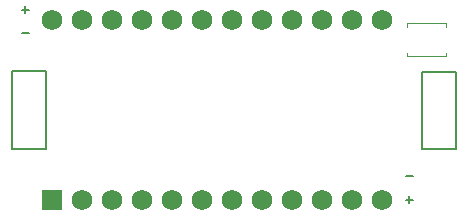
<source format=gbr>
%TF.GenerationSoftware,KiCad,Pcbnew,(6.0.6)*%
%TF.CreationDate,2022-10-25T17:15:21+11:00*%
%TF.ProjectId,battpack-double-ended,62617474-7061-4636-9b2d-646f75626c65,v1.0.0*%
%TF.SameCoordinates,Original*%
%TF.FileFunction,Legend,Top*%
%TF.FilePolarity,Positive*%
%FSLAX46Y46*%
G04 Gerber Fmt 4.6, Leading zero omitted, Abs format (unit mm)*
G04 Created by KiCad (PCBNEW (6.0.6)) date 2022-10-25 17:15:21*
%MOMM*%
%LPD*%
G01*
G04 APERTURE LIST*
%ADD10C,0.150000*%
%ADD11C,0.120000*%
%ADD12R,1.752600X1.752600*%
%ADD13C,1.752600*%
G04 APERTURE END LIST*
D10*
%TO.C,PAD4*%
X79795238Y-55657142D02*
X80404761Y-55657142D01*
%TO.C,PAD3*%
X79795238Y-57657142D02*
X80404761Y-57657142D01*
X80100000Y-57961904D02*
X80100000Y-57352380D01*
X47295238Y-41557142D02*
X47904761Y-41557142D01*
X47600000Y-41861904D02*
X47600000Y-41252380D01*
%TO.C,*%
%TO.C,PAD4*%
X47295238Y-43557142D02*
X47904761Y-43557142D01*
D11*
%TO.C,B1*%
X83250000Y-42700000D02*
X83250000Y-43000000D01*
X79950000Y-45200000D02*
X79950000Y-45500000D01*
X79950000Y-45500000D02*
X83250000Y-45500000D01*
X83250000Y-45500000D02*
X83250000Y-45200000D01*
X79950000Y-42700000D02*
X83250000Y-42700000D01*
X79950000Y-43000000D02*
X79950000Y-42700000D01*
D10*
%TO.C,T2*%
X84050000Y-50100000D02*
X84050000Y-46800000D01*
X81200000Y-53400000D02*
X84050000Y-53400000D01*
X84050000Y-46800000D02*
X81200000Y-46800000D01*
X81200000Y-46800000D02*
X81200000Y-53400000D01*
X84050000Y-50100000D02*
X84050000Y-53400000D01*
X84050000Y-52050000D02*
X84050000Y-48150000D01*
X46467752Y-50050000D02*
X46467752Y-53350000D01*
X49317752Y-46750000D02*
X46467752Y-46750000D01*
X46467752Y-53350000D02*
X49317752Y-53350000D01*
X49317752Y-53350000D02*
X49317752Y-46750000D01*
X46467752Y-50050000D02*
X46467752Y-46750000D01*
X46467752Y-48100000D02*
X46467752Y-52000000D01*
%TD*%
D12*
%TO.C,*%
X49880000Y-57720000D03*
D13*
X52420000Y-57720000D03*
X54960000Y-57720000D03*
X57500000Y-57720000D03*
X60040000Y-57720000D03*
X62580000Y-57720000D03*
X65120000Y-57720000D03*
X67660000Y-57720000D03*
X70200000Y-57720000D03*
X72740000Y-57720000D03*
X75280000Y-57720000D03*
X77820000Y-57720000D03*
X77820000Y-42480000D03*
X75280000Y-42480000D03*
X72740000Y-42480000D03*
X70200000Y-42480000D03*
X67660000Y-42480000D03*
X65120000Y-42480000D03*
X62580000Y-42480000D03*
X60040000Y-42480000D03*
X57500000Y-42480000D03*
X54960000Y-42480000D03*
X52420000Y-42480000D03*
X49880000Y-42480000D03*
%TD*%
M02*

</source>
